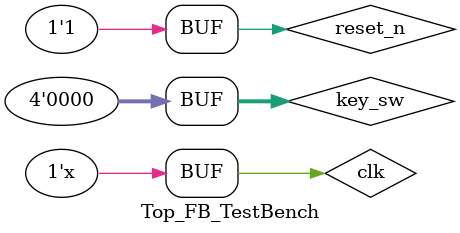
<source format=sv>
`timescale 1 ns / 1 ns

module Top_FB_TestBench();

reg clk, reset_n;
reg [3:0] key_sw;

top DUT (
.clk(clk),
.reset_n(reset_n),
.key_sw(key_sw)
);

always #5 clk=~clk;

initial begin
clk=1;
reset_n=0;
key_sw=0;
#20;
reset_n=1;

end

endmodule
</source>
